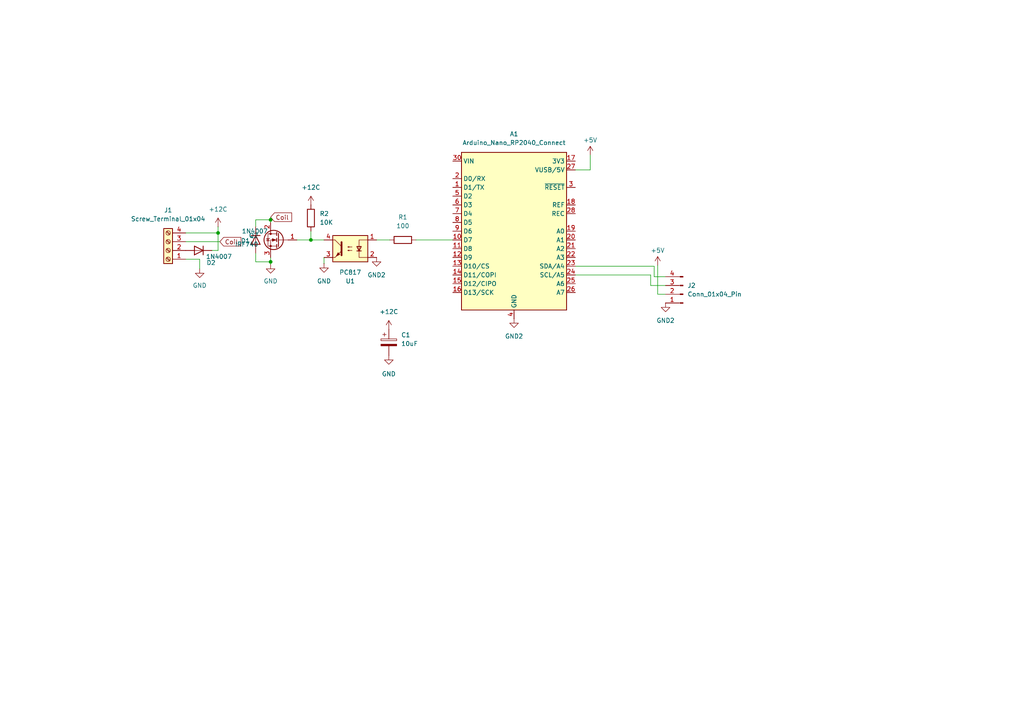
<source format=kicad_sch>
(kicad_sch
	(version 20231120)
	(generator "eeschema")
	(generator_version "8.0")
	(uuid "6e3291cc-e715-456a-8b8f-6df68a2eeb9c")
	(paper "A4")
	(lib_symbols
		(symbol "Connector:Conn_01x04_Pin"
			(pin_names
				(offset 1.016) hide)
			(exclude_from_sim no)
			(in_bom yes)
			(on_board yes)
			(property "Reference" "J"
				(at 0 5.08 0)
				(effects
					(font
						(size 1.27 1.27)
					)
				)
			)
			(property "Value" "Conn_01x04_Pin"
				(at 0 -7.62 0)
				(effects
					(font
						(size 1.27 1.27)
					)
				)
			)
			(property "Footprint" ""
				(at 0 0 0)
				(effects
					(font
						(size 1.27 1.27)
					)
					(hide yes)
				)
			)
			(property "Datasheet" "~"
				(at 0 0 0)
				(effects
					(font
						(size 1.27 1.27)
					)
					(hide yes)
				)
			)
			(property "Description" "Generic connector, single row, 01x04, script generated"
				(at 0 0 0)
				(effects
					(font
						(size 1.27 1.27)
					)
					(hide yes)
				)
			)
			(property "ki_locked" ""
				(at 0 0 0)
				(effects
					(font
						(size 1.27 1.27)
					)
				)
			)
			(property "ki_keywords" "connector"
				(at 0 0 0)
				(effects
					(font
						(size 1.27 1.27)
					)
					(hide yes)
				)
			)
			(property "ki_fp_filters" "Connector*:*_1x??_*"
				(at 0 0 0)
				(effects
					(font
						(size 1.27 1.27)
					)
					(hide yes)
				)
			)
			(symbol "Conn_01x04_Pin_1_1"
				(polyline
					(pts
						(xy 1.27 -5.08) (xy 0.8636 -5.08)
					)
					(stroke
						(width 0.1524)
						(type default)
					)
					(fill
						(type none)
					)
				)
				(polyline
					(pts
						(xy 1.27 -2.54) (xy 0.8636 -2.54)
					)
					(stroke
						(width 0.1524)
						(type default)
					)
					(fill
						(type none)
					)
				)
				(polyline
					(pts
						(xy 1.27 0) (xy 0.8636 0)
					)
					(stroke
						(width 0.1524)
						(type default)
					)
					(fill
						(type none)
					)
				)
				(polyline
					(pts
						(xy 1.27 2.54) (xy 0.8636 2.54)
					)
					(stroke
						(width 0.1524)
						(type default)
					)
					(fill
						(type none)
					)
				)
				(rectangle
					(start 0.8636 -4.953)
					(end 0 -5.207)
					(stroke
						(width 0.1524)
						(type default)
					)
					(fill
						(type outline)
					)
				)
				(rectangle
					(start 0.8636 -2.413)
					(end 0 -2.667)
					(stroke
						(width 0.1524)
						(type default)
					)
					(fill
						(type outline)
					)
				)
				(rectangle
					(start 0.8636 0.127)
					(end 0 -0.127)
					(stroke
						(width 0.1524)
						(type default)
					)
					(fill
						(type outline)
					)
				)
				(rectangle
					(start 0.8636 2.667)
					(end 0 2.413)
					(stroke
						(width 0.1524)
						(type default)
					)
					(fill
						(type outline)
					)
				)
				(pin passive line
					(at 5.08 2.54 180)
					(length 3.81)
					(name "Pin_1"
						(effects
							(font
								(size 1.27 1.27)
							)
						)
					)
					(number "1"
						(effects
							(font
								(size 1.27 1.27)
							)
						)
					)
				)
				(pin passive line
					(at 5.08 0 180)
					(length 3.81)
					(name "Pin_2"
						(effects
							(font
								(size 1.27 1.27)
							)
						)
					)
					(number "2"
						(effects
							(font
								(size 1.27 1.27)
							)
						)
					)
				)
				(pin passive line
					(at 5.08 -2.54 180)
					(length 3.81)
					(name "Pin_3"
						(effects
							(font
								(size 1.27 1.27)
							)
						)
					)
					(number "3"
						(effects
							(font
								(size 1.27 1.27)
							)
						)
					)
				)
				(pin passive line
					(at 5.08 -5.08 180)
					(length 3.81)
					(name "Pin_4"
						(effects
							(font
								(size 1.27 1.27)
							)
						)
					)
					(number "4"
						(effects
							(font
								(size 1.27 1.27)
							)
						)
					)
				)
			)
		)
		(symbol "Connector:Screw_Terminal_01x04"
			(pin_names
				(offset 1.016) hide)
			(exclude_from_sim no)
			(in_bom yes)
			(on_board yes)
			(property "Reference" "J"
				(at 0 5.08 0)
				(effects
					(font
						(size 1.27 1.27)
					)
				)
			)
			(property "Value" "Screw_Terminal_01x04"
				(at 0 -7.62 0)
				(effects
					(font
						(size 1.27 1.27)
					)
				)
			)
			(property "Footprint" ""
				(at 0 0 0)
				(effects
					(font
						(size 1.27 1.27)
					)
					(hide yes)
				)
			)
			(property "Datasheet" "~"
				(at 0 0 0)
				(effects
					(font
						(size 1.27 1.27)
					)
					(hide yes)
				)
			)
			(property "Description" "Generic screw terminal, single row, 01x04, script generated (kicad-library-utils/schlib/autogen/connector/)"
				(at 0 0 0)
				(effects
					(font
						(size 1.27 1.27)
					)
					(hide yes)
				)
			)
			(property "ki_keywords" "screw terminal"
				(at 0 0 0)
				(effects
					(font
						(size 1.27 1.27)
					)
					(hide yes)
				)
			)
			(property "ki_fp_filters" "TerminalBlock*:*"
				(at 0 0 0)
				(effects
					(font
						(size 1.27 1.27)
					)
					(hide yes)
				)
			)
			(symbol "Screw_Terminal_01x04_1_1"
				(rectangle
					(start -1.27 3.81)
					(end 1.27 -6.35)
					(stroke
						(width 0.254)
						(type default)
					)
					(fill
						(type background)
					)
				)
				(circle
					(center 0 -5.08)
					(radius 0.635)
					(stroke
						(width 0.1524)
						(type default)
					)
					(fill
						(type none)
					)
				)
				(circle
					(center 0 -2.54)
					(radius 0.635)
					(stroke
						(width 0.1524)
						(type default)
					)
					(fill
						(type none)
					)
				)
				(polyline
					(pts
						(xy -0.5334 -4.7498) (xy 0.3302 -5.588)
					)
					(stroke
						(width 0.1524)
						(type default)
					)
					(fill
						(type none)
					)
				)
				(polyline
					(pts
						(xy -0.5334 -2.2098) (xy 0.3302 -3.048)
					)
					(stroke
						(width 0.1524)
						(type default)
					)
					(fill
						(type none)
					)
				)
				(polyline
					(pts
						(xy -0.5334 0.3302) (xy 0.3302 -0.508)
					)
					(stroke
						(width 0.1524)
						(type default)
					)
					(fill
						(type none)
					)
				)
				(polyline
					(pts
						(xy -0.5334 2.8702) (xy 0.3302 2.032)
					)
					(stroke
						(width 0.1524)
						(type default)
					)
					(fill
						(type none)
					)
				)
				(polyline
					(pts
						(xy -0.3556 -4.572) (xy 0.508 -5.4102)
					)
					(stroke
						(width 0.1524)
						(type default)
					)
					(fill
						(type none)
					)
				)
				(polyline
					(pts
						(xy -0.3556 -2.032) (xy 0.508 -2.8702)
					)
					(stroke
						(width 0.1524)
						(type default)
					)
					(fill
						(type none)
					)
				)
				(polyline
					(pts
						(xy -0.3556 0.508) (xy 0.508 -0.3302)
					)
					(stroke
						(width 0.1524)
						(type default)
					)
					(fill
						(type none)
					)
				)
				(polyline
					(pts
						(xy -0.3556 3.048) (xy 0.508 2.2098)
					)
					(stroke
						(width 0.1524)
						(type default)
					)
					(fill
						(type none)
					)
				)
				(circle
					(center 0 0)
					(radius 0.635)
					(stroke
						(width 0.1524)
						(type default)
					)
					(fill
						(type none)
					)
				)
				(circle
					(center 0 2.54)
					(radius 0.635)
					(stroke
						(width 0.1524)
						(type default)
					)
					(fill
						(type none)
					)
				)
				(pin passive line
					(at -5.08 2.54 0)
					(length 3.81)
					(name "Pin_1"
						(effects
							(font
								(size 1.27 1.27)
							)
						)
					)
					(number "1"
						(effects
							(font
								(size 1.27 1.27)
							)
						)
					)
				)
				(pin passive line
					(at -5.08 0 0)
					(length 3.81)
					(name "Pin_2"
						(effects
							(font
								(size 1.27 1.27)
							)
						)
					)
					(number "2"
						(effects
							(font
								(size 1.27 1.27)
							)
						)
					)
				)
				(pin passive line
					(at -5.08 -2.54 0)
					(length 3.81)
					(name "Pin_3"
						(effects
							(font
								(size 1.27 1.27)
							)
						)
					)
					(number "3"
						(effects
							(font
								(size 1.27 1.27)
							)
						)
					)
				)
				(pin passive line
					(at -5.08 -5.08 0)
					(length 3.81)
					(name "Pin_4"
						(effects
							(font
								(size 1.27 1.27)
							)
						)
					)
					(number "4"
						(effects
							(font
								(size 1.27 1.27)
							)
						)
					)
				)
			)
		)
		(symbol "Device:C_Polarized"
			(pin_numbers hide)
			(pin_names
				(offset 0.254)
			)
			(exclude_from_sim no)
			(in_bom yes)
			(on_board yes)
			(property "Reference" "C"
				(at 0.635 2.54 0)
				(effects
					(font
						(size 1.27 1.27)
					)
					(justify left)
				)
			)
			(property "Value" "C_Polarized"
				(at 0.635 -2.54 0)
				(effects
					(font
						(size 1.27 1.27)
					)
					(justify left)
				)
			)
			(property "Footprint" ""
				(at 0.9652 -3.81 0)
				(effects
					(font
						(size 1.27 1.27)
					)
					(hide yes)
				)
			)
			(property "Datasheet" "~"
				(at 0 0 0)
				(effects
					(font
						(size 1.27 1.27)
					)
					(hide yes)
				)
			)
			(property "Description" "Polarized capacitor"
				(at 0 0 0)
				(effects
					(font
						(size 1.27 1.27)
					)
					(hide yes)
				)
			)
			(property "ki_keywords" "cap capacitor"
				(at 0 0 0)
				(effects
					(font
						(size 1.27 1.27)
					)
					(hide yes)
				)
			)
			(property "ki_fp_filters" "CP_*"
				(at 0 0 0)
				(effects
					(font
						(size 1.27 1.27)
					)
					(hide yes)
				)
			)
			(symbol "C_Polarized_0_1"
				(rectangle
					(start -2.286 0.508)
					(end 2.286 1.016)
					(stroke
						(width 0)
						(type default)
					)
					(fill
						(type none)
					)
				)
				(polyline
					(pts
						(xy -1.778 2.286) (xy -0.762 2.286)
					)
					(stroke
						(width 0)
						(type default)
					)
					(fill
						(type none)
					)
				)
				(polyline
					(pts
						(xy -1.27 2.794) (xy -1.27 1.778)
					)
					(stroke
						(width 0)
						(type default)
					)
					(fill
						(type none)
					)
				)
				(rectangle
					(start 2.286 -0.508)
					(end -2.286 -1.016)
					(stroke
						(width 0)
						(type default)
					)
					(fill
						(type outline)
					)
				)
			)
			(symbol "C_Polarized_1_1"
				(pin passive line
					(at 0 3.81 270)
					(length 2.794)
					(name "~"
						(effects
							(font
								(size 1.27 1.27)
							)
						)
					)
					(number "1"
						(effects
							(font
								(size 1.27 1.27)
							)
						)
					)
				)
				(pin passive line
					(at 0 -3.81 90)
					(length 2.794)
					(name "~"
						(effects
							(font
								(size 1.27 1.27)
							)
						)
					)
					(number "2"
						(effects
							(font
								(size 1.27 1.27)
							)
						)
					)
				)
			)
		)
		(symbol "Device:R"
			(pin_numbers hide)
			(pin_names
				(offset 0)
			)
			(exclude_from_sim no)
			(in_bom yes)
			(on_board yes)
			(property "Reference" "R"
				(at 2.032 0 90)
				(effects
					(font
						(size 1.27 1.27)
					)
				)
			)
			(property "Value" "R"
				(at 0 0 90)
				(effects
					(font
						(size 1.27 1.27)
					)
				)
			)
			(property "Footprint" ""
				(at -1.778 0 90)
				(effects
					(font
						(size 1.27 1.27)
					)
					(hide yes)
				)
			)
			(property "Datasheet" "~"
				(at 0 0 0)
				(effects
					(font
						(size 1.27 1.27)
					)
					(hide yes)
				)
			)
			(property "Description" "Resistor"
				(at 0 0 0)
				(effects
					(font
						(size 1.27 1.27)
					)
					(hide yes)
				)
			)
			(property "ki_keywords" "R res resistor"
				(at 0 0 0)
				(effects
					(font
						(size 1.27 1.27)
					)
					(hide yes)
				)
			)
			(property "ki_fp_filters" "R_*"
				(at 0 0 0)
				(effects
					(font
						(size 1.27 1.27)
					)
					(hide yes)
				)
			)
			(symbol "R_0_1"
				(rectangle
					(start -1.016 -2.54)
					(end 1.016 2.54)
					(stroke
						(width 0.254)
						(type default)
					)
					(fill
						(type none)
					)
				)
			)
			(symbol "R_1_1"
				(pin passive line
					(at 0 3.81 270)
					(length 1.27)
					(name "~"
						(effects
							(font
								(size 1.27 1.27)
							)
						)
					)
					(number "1"
						(effects
							(font
								(size 1.27 1.27)
							)
						)
					)
				)
				(pin passive line
					(at 0 -3.81 90)
					(length 1.27)
					(name "~"
						(effects
							(font
								(size 1.27 1.27)
							)
						)
					)
					(number "2"
						(effects
							(font
								(size 1.27 1.27)
							)
						)
					)
				)
			)
		)
		(symbol "Diode:1N4007"
			(pin_numbers hide)
			(pin_names hide)
			(exclude_from_sim no)
			(in_bom yes)
			(on_board yes)
			(property "Reference" "D"
				(at 0 2.54 0)
				(effects
					(font
						(size 1.27 1.27)
					)
				)
			)
			(property "Value" "1N4007"
				(at 0 -2.54 0)
				(effects
					(font
						(size 1.27 1.27)
					)
				)
			)
			(property "Footprint" "Diode_THT:D_DO-41_SOD81_P10.16mm_Horizontal"
				(at 0 -4.445 0)
				(effects
					(font
						(size 1.27 1.27)
					)
					(hide yes)
				)
			)
			(property "Datasheet" "http://www.vishay.com/docs/88503/1n4001.pdf"
				(at 0 0 0)
				(effects
					(font
						(size 1.27 1.27)
					)
					(hide yes)
				)
			)
			(property "Description" "1000V 1A General Purpose Rectifier Diode, DO-41"
				(at 0 0 0)
				(effects
					(font
						(size 1.27 1.27)
					)
					(hide yes)
				)
			)
			(property "Sim.Device" "D"
				(at 0 0 0)
				(effects
					(font
						(size 1.27 1.27)
					)
					(hide yes)
				)
			)
			(property "Sim.Pins" "1=K 2=A"
				(at 0 0 0)
				(effects
					(font
						(size 1.27 1.27)
					)
					(hide yes)
				)
			)
			(property "ki_keywords" "diode"
				(at 0 0 0)
				(effects
					(font
						(size 1.27 1.27)
					)
					(hide yes)
				)
			)
			(property "ki_fp_filters" "D*DO?41*"
				(at 0 0 0)
				(effects
					(font
						(size 1.27 1.27)
					)
					(hide yes)
				)
			)
			(symbol "1N4007_0_1"
				(polyline
					(pts
						(xy -1.27 1.27) (xy -1.27 -1.27)
					)
					(stroke
						(width 0.254)
						(type default)
					)
					(fill
						(type none)
					)
				)
				(polyline
					(pts
						(xy 1.27 0) (xy -1.27 0)
					)
					(stroke
						(width 0)
						(type default)
					)
					(fill
						(type none)
					)
				)
				(polyline
					(pts
						(xy 1.27 1.27) (xy 1.27 -1.27) (xy -1.27 0) (xy 1.27 1.27)
					)
					(stroke
						(width 0.254)
						(type default)
					)
					(fill
						(type none)
					)
				)
			)
			(symbol "1N4007_1_1"
				(pin passive line
					(at -3.81 0 0)
					(length 2.54)
					(name "K"
						(effects
							(font
								(size 1.27 1.27)
							)
						)
					)
					(number "1"
						(effects
							(font
								(size 1.27 1.27)
							)
						)
					)
				)
				(pin passive line
					(at 3.81 0 180)
					(length 2.54)
					(name "A"
						(effects
							(font
								(size 1.27 1.27)
							)
						)
					)
					(number "2"
						(effects
							(font
								(size 1.27 1.27)
							)
						)
					)
				)
			)
		)
		(symbol "Isolator:PC817"
			(pin_names
				(offset 1.016)
			)
			(exclude_from_sim no)
			(in_bom yes)
			(on_board yes)
			(property "Reference" "U"
				(at -5.08 5.08 0)
				(effects
					(font
						(size 1.27 1.27)
					)
					(justify left)
				)
			)
			(property "Value" "PC817"
				(at 0 5.08 0)
				(effects
					(font
						(size 1.27 1.27)
					)
					(justify left)
				)
			)
			(property "Footprint" "Package_DIP:DIP-4_W7.62mm"
				(at -5.08 -5.08 0)
				(effects
					(font
						(size 1.27 1.27)
						(italic yes)
					)
					(justify left)
					(hide yes)
				)
			)
			(property "Datasheet" "http://www.soselectronic.cz/a_info/resource/d/pc817.pdf"
				(at 0 0 0)
				(effects
					(font
						(size 1.27 1.27)
					)
					(justify left)
					(hide yes)
				)
			)
			(property "Description" "DC Optocoupler, Vce 35V, CTR 50-300%, DIP-4"
				(at 0 0 0)
				(effects
					(font
						(size 1.27 1.27)
					)
					(hide yes)
				)
			)
			(property "ki_keywords" "NPN DC Optocoupler"
				(at 0 0 0)
				(effects
					(font
						(size 1.27 1.27)
					)
					(hide yes)
				)
			)
			(property "ki_fp_filters" "DIP*W7.62mm*"
				(at 0 0 0)
				(effects
					(font
						(size 1.27 1.27)
					)
					(hide yes)
				)
			)
			(symbol "PC817_0_1"
				(rectangle
					(start -5.08 3.81)
					(end 5.08 -3.81)
					(stroke
						(width 0.254)
						(type default)
					)
					(fill
						(type background)
					)
				)
				(polyline
					(pts
						(xy -3.175 -0.635) (xy -1.905 -0.635)
					)
					(stroke
						(width 0.254)
						(type default)
					)
					(fill
						(type none)
					)
				)
				(polyline
					(pts
						(xy 2.54 0.635) (xy 4.445 2.54)
					)
					(stroke
						(width 0)
						(type default)
					)
					(fill
						(type none)
					)
				)
				(polyline
					(pts
						(xy 4.445 -2.54) (xy 2.54 -0.635)
					)
					(stroke
						(width 0)
						(type default)
					)
					(fill
						(type outline)
					)
				)
				(polyline
					(pts
						(xy 4.445 -2.54) (xy 5.08 -2.54)
					)
					(stroke
						(width 0)
						(type default)
					)
					(fill
						(type none)
					)
				)
				(polyline
					(pts
						(xy 4.445 2.54) (xy 5.08 2.54)
					)
					(stroke
						(width 0)
						(type default)
					)
					(fill
						(type none)
					)
				)
				(polyline
					(pts
						(xy -5.08 2.54) (xy -2.54 2.54) (xy -2.54 -0.635)
					)
					(stroke
						(width 0)
						(type default)
					)
					(fill
						(type none)
					)
				)
				(polyline
					(pts
						(xy -2.54 -0.635) (xy -2.54 -2.54) (xy -5.08 -2.54)
					)
					(stroke
						(width 0)
						(type default)
					)
					(fill
						(type none)
					)
				)
				(polyline
					(pts
						(xy 2.54 1.905) (xy 2.54 -1.905) (xy 2.54 -1.905)
					)
					(stroke
						(width 0.508)
						(type default)
					)
					(fill
						(type none)
					)
				)
				(polyline
					(pts
						(xy -2.54 -0.635) (xy -3.175 0.635) (xy -1.905 0.635) (xy -2.54 -0.635)
					)
					(stroke
						(width 0.254)
						(type default)
					)
					(fill
						(type none)
					)
				)
				(polyline
					(pts
						(xy -0.508 -0.508) (xy 0.762 -0.508) (xy 0.381 -0.635) (xy 0.381 -0.381) (xy 0.762 -0.508)
					)
					(stroke
						(width 0)
						(type default)
					)
					(fill
						(type none)
					)
				)
				(polyline
					(pts
						(xy -0.508 0.508) (xy 0.762 0.508) (xy 0.381 0.381) (xy 0.381 0.635) (xy 0.762 0.508)
					)
					(stroke
						(width 0)
						(type default)
					)
					(fill
						(type none)
					)
				)
				(polyline
					(pts
						(xy 3.048 -1.651) (xy 3.556 -1.143) (xy 4.064 -2.159) (xy 3.048 -1.651) (xy 3.048 -1.651)
					)
					(stroke
						(width 0)
						(type default)
					)
					(fill
						(type outline)
					)
				)
			)
			(symbol "PC817_1_1"
				(pin passive line
					(at -7.62 2.54 0)
					(length 2.54)
					(name "~"
						(effects
							(font
								(size 1.27 1.27)
							)
						)
					)
					(number "1"
						(effects
							(font
								(size 1.27 1.27)
							)
						)
					)
				)
				(pin passive line
					(at -7.62 -2.54 0)
					(length 2.54)
					(name "~"
						(effects
							(font
								(size 1.27 1.27)
							)
						)
					)
					(number "2"
						(effects
							(font
								(size 1.27 1.27)
							)
						)
					)
				)
				(pin passive line
					(at 7.62 -2.54 180)
					(length 2.54)
					(name "~"
						(effects
							(font
								(size 1.27 1.27)
							)
						)
					)
					(number "3"
						(effects
							(font
								(size 1.27 1.27)
							)
						)
					)
				)
				(pin passive line
					(at 7.62 2.54 180)
					(length 2.54)
					(name "~"
						(effects
							(font
								(size 1.27 1.27)
							)
						)
					)
					(number "4"
						(effects
							(font
								(size 1.27 1.27)
							)
						)
					)
				)
			)
		)
		(symbol "MCU_Module:Arduino_Nano_RP2040_Connect"
			(exclude_from_sim no)
			(in_bom yes)
			(on_board yes)
			(property "Reference" "A"
				(at -14.986 23.622 0)
				(effects
					(font
						(size 1.27 1.27)
					)
					(justify left bottom)
				)
			)
			(property "Value" "Arduino_Nano_RP2040_Connect"
				(at 3.81 -25.654 0)
				(effects
					(font
						(size 1.27 1.27)
					)
					(justify left top)
				)
			)
			(property "Footprint" "Module:Arduino_Nano"
				(at 13.716 -34.036 0)
				(effects
					(font
						(size 1.27 1.27)
						(italic yes)
					)
					(hide yes)
				)
			)
			(property "Datasheet" "https://docs.arduino.cc/resources/datasheets/ABX00053-datasheet.pdf"
				(at 39.116 -31.496 0)
				(effects
					(font
						(size 1.27 1.27)
					)
					(hide yes)
				)
			)
			(property "Description" "Arduino Nano board based on the RP2040 microcontroller with a dual-core 133 MHz ARM Cortex-M0+ processor, 264 kB SRAM, and up to 16 MB flash memory. Operates at 3.3V, with 5V Micro USB input and 4-20V VIN. Features Wi-Fi®, Bluetooth® LE, digital and analog pins, and supports SPI, I2C, UART, and PIO. Includes a 6-axis IMU, RGB LED, microphone, and cryptographic chip for secure communication."
				(at 209.042 -28.956 0)
				(effects
					(font
						(size 1.27 1.27)
					)
					(hide yes)
				)
			)
			(property "ki_keywords" "Raspberry Pi MCU"
				(at 0 0 0)
				(effects
					(font
						(size 1.27 1.27)
					)
					(hide yes)
				)
			)
			(property "ki_fp_filters" "Arduino*Nano*"
				(at 0 0 0)
				(effects
					(font
						(size 1.27 1.27)
					)
					(hide yes)
				)
			)
			(symbol "Arduino_Nano_RP2040_Connect_0_1"
				(rectangle
					(start -15.24 22.86)
					(end 15.24 -22.86)
					(stroke
						(width 0.254)
						(type default)
					)
					(fill
						(type background)
					)
				)
			)
			(symbol "Arduino_Nano_RP2040_Connect_1_1"
				(pin bidirectional line
					(at -17.78 12.7 0)
					(length 2.54)
					(name "D1/TX"
						(effects
							(font
								(size 1.27 1.27)
							)
						)
					)
					(number "1"
						(effects
							(font
								(size 1.27 1.27)
							)
						)
					)
				)
				(pin bidirectional line
					(at -17.78 -2.54 0)
					(length 2.54)
					(name "D7"
						(effects
							(font
								(size 1.27 1.27)
							)
						)
					)
					(number "10"
						(effects
							(font
								(size 1.27 1.27)
							)
						)
					)
				)
				(pin bidirectional line
					(at -17.78 -5.08 0)
					(length 2.54)
					(name "D8"
						(effects
							(font
								(size 1.27 1.27)
							)
						)
					)
					(number "11"
						(effects
							(font
								(size 1.27 1.27)
							)
						)
					)
				)
				(pin bidirectional line
					(at -17.78 -7.62 0)
					(length 2.54)
					(name "D9"
						(effects
							(font
								(size 1.27 1.27)
							)
						)
					)
					(number "12"
						(effects
							(font
								(size 1.27 1.27)
							)
						)
					)
				)
				(pin bidirectional line
					(at -17.78 -10.16 0)
					(length 2.54)
					(name "D10/CS"
						(effects
							(font
								(size 1.27 1.27)
							)
						)
					)
					(number "13"
						(effects
							(font
								(size 1.27 1.27)
							)
						)
					)
				)
				(pin bidirectional line
					(at -17.78 -12.7 0)
					(length 2.54)
					(name "D11/COPI"
						(effects
							(font
								(size 1.27 1.27)
							)
						)
					)
					(number "14"
						(effects
							(font
								(size 1.27 1.27)
							)
						)
					)
				)
				(pin bidirectional line
					(at -17.78 -15.24 0)
					(length 2.54)
					(name "D12/CIPO"
						(effects
							(font
								(size 1.27 1.27)
							)
						)
					)
					(number "15"
						(effects
							(font
								(size 1.27 1.27)
							)
						)
					)
				)
				(pin bidirectional line
					(at -17.78 -17.78 0)
					(length 2.54)
					(name "D13/SCK"
						(effects
							(font
								(size 1.27 1.27)
							)
						)
					)
					(number "16"
						(effects
							(font
								(size 1.27 1.27)
							)
						)
					)
				)
				(pin power_out line
					(at 17.78 20.32 180)
					(length 2.54)
					(name "3V3"
						(effects
							(font
								(size 1.27 1.27)
							)
						)
					)
					(number "17"
						(effects
							(font
								(size 1.27 1.27)
							)
						)
					)
				)
				(pin passive line
					(at 17.78 7.62 180)
					(length 2.54)
					(name "REF"
						(effects
							(font
								(size 1.27 1.27)
							)
						)
					)
					(number "18"
						(effects
							(font
								(size 1.27 1.27)
							)
						)
					)
				)
				(pin bidirectional line
					(at 17.78 0 180)
					(length 2.54)
					(name "A0"
						(effects
							(font
								(size 1.27 1.27)
							)
						)
					)
					(number "19"
						(effects
							(font
								(size 1.27 1.27)
							)
						)
					)
				)
				(pin bidirectional line
					(at -17.78 15.24 0)
					(length 2.54)
					(name "D0/RX"
						(effects
							(font
								(size 1.27 1.27)
							)
						)
					)
					(number "2"
						(effects
							(font
								(size 1.27 1.27)
							)
						)
					)
				)
				(pin bidirectional line
					(at 17.78 -2.54 180)
					(length 2.54)
					(name "A1"
						(effects
							(font
								(size 1.27 1.27)
							)
						)
					)
					(number "20"
						(effects
							(font
								(size 1.27 1.27)
							)
						)
					)
				)
				(pin bidirectional line
					(at 17.78 -5.08 180)
					(length 2.54)
					(name "A2"
						(effects
							(font
								(size 1.27 1.27)
							)
						)
					)
					(number "21"
						(effects
							(font
								(size 1.27 1.27)
							)
						)
					)
				)
				(pin bidirectional line
					(at 17.78 -7.62 180)
					(length 2.54)
					(name "A3"
						(effects
							(font
								(size 1.27 1.27)
							)
						)
					)
					(number "22"
						(effects
							(font
								(size 1.27 1.27)
							)
						)
					)
				)
				(pin bidirectional line
					(at 17.78 -10.16 180)
					(length 2.54)
					(name "SDA/A4"
						(effects
							(font
								(size 1.27 1.27)
							)
						)
					)
					(number "23"
						(effects
							(font
								(size 1.27 1.27)
							)
						)
					)
				)
				(pin bidirectional line
					(at 17.78 -12.7 180)
					(length 2.54)
					(name "SCL/A5"
						(effects
							(font
								(size 1.27 1.27)
							)
						)
					)
					(number "24"
						(effects
							(font
								(size 1.27 1.27)
							)
						)
					)
				)
				(pin bidirectional line
					(at 17.78 -15.24 180)
					(length 2.54)
					(name "A6"
						(effects
							(font
								(size 1.27 1.27)
							)
						)
					)
					(number "25"
						(effects
							(font
								(size 1.27 1.27)
							)
						)
					)
				)
				(pin bidirectional line
					(at 17.78 -17.78 180)
					(length 2.54)
					(name "A7"
						(effects
							(font
								(size 1.27 1.27)
							)
						)
					)
					(number "26"
						(effects
							(font
								(size 1.27 1.27)
							)
						)
					)
				)
				(pin power_out line
					(at 17.78 17.78 180)
					(length 2.54)
					(name "VUSB/5V"
						(effects
							(font
								(size 1.27 1.27)
							)
						)
					)
					(number "27"
						(effects
							(font
								(size 1.27 1.27)
							)
						)
					)
				)
				(pin input line
					(at 17.78 5.08 180)
					(length 2.54)
					(name "REC"
						(effects
							(font
								(size 1.27 1.27)
							)
						)
					)
					(number "28"
						(effects
							(font
								(size 1.27 1.27)
							)
						)
					)
				)
				(pin passive line
					(at 0 -25.4 90)
					(length 2.54) hide
					(name "GND"
						(effects
							(font
								(size 1.27 1.27)
							)
						)
					)
					(number "29"
						(effects
							(font
								(size 1.27 1.27)
							)
						)
					)
				)
				(pin input line
					(at 17.78 12.7 180)
					(length 2.54)
					(name "~{RESET}"
						(effects
							(font
								(size 1.27 1.27)
							)
						)
					)
					(number "3"
						(effects
							(font
								(size 1.27 1.27)
							)
						)
					)
				)
				(pin power_in line
					(at -17.78 20.32 0)
					(length 2.54)
					(name "VIN"
						(effects
							(font
								(size 1.27 1.27)
							)
						)
					)
					(number "30"
						(effects
							(font
								(size 1.27 1.27)
							)
						)
					)
				)
				(pin power_in line
					(at 0 -25.4 90)
					(length 2.54)
					(name "GND"
						(effects
							(font
								(size 1.27 1.27)
							)
						)
					)
					(number "4"
						(effects
							(font
								(size 1.27 1.27)
							)
						)
					)
				)
				(pin bidirectional line
					(at -17.78 10.16 0)
					(length 2.54)
					(name "D2"
						(effects
							(font
								(size 1.27 1.27)
							)
						)
					)
					(number "5"
						(effects
							(font
								(size 1.27 1.27)
							)
						)
					)
				)
				(pin bidirectional line
					(at -17.78 7.62 0)
					(length 2.54)
					(name "D3"
						(effects
							(font
								(size 1.27 1.27)
							)
						)
					)
					(number "6"
						(effects
							(font
								(size 1.27 1.27)
							)
						)
					)
				)
				(pin bidirectional line
					(at -17.78 5.08 0)
					(length 2.54)
					(name "D4"
						(effects
							(font
								(size 1.27 1.27)
							)
						)
					)
					(number "7"
						(effects
							(font
								(size 1.27 1.27)
							)
						)
					)
				)
				(pin bidirectional line
					(at -17.78 2.54 0)
					(length 2.54)
					(name "D5"
						(effects
							(font
								(size 1.27 1.27)
							)
						)
					)
					(number "8"
						(effects
							(font
								(size 1.27 1.27)
							)
						)
					)
				)
				(pin bidirectional line
					(at -17.78 0 0)
					(length 2.54)
					(name "D6"
						(effects
							(font
								(size 1.27 1.27)
							)
						)
					)
					(number "9"
						(effects
							(font
								(size 1.27 1.27)
							)
						)
					)
				)
			)
		)
		(symbol "Transistor_FET:IRF740"
			(pin_names hide)
			(exclude_from_sim no)
			(in_bom yes)
			(on_board yes)
			(property "Reference" "Q"
				(at 5.08 1.905 0)
				(effects
					(font
						(size 1.27 1.27)
					)
					(justify left)
				)
			)
			(property "Value" "IRF740"
				(at 5.08 0 0)
				(effects
					(font
						(size 1.27 1.27)
					)
					(justify left)
				)
			)
			(property "Footprint" "Package_TO_SOT_THT:TO-220-3_Vertical"
				(at 5.08 -1.905 0)
				(effects
					(font
						(size 1.27 1.27)
						(italic yes)
					)
					(justify left)
					(hide yes)
				)
			)
			(property "Datasheet" "http://www.vishay.com/docs/91054/91054.pdf"
				(at 5.08 -3.81 0)
				(effects
					(font
						(size 1.27 1.27)
					)
					(justify left)
					(hide yes)
				)
			)
			(property "Description" "10A Id, 400V Vds, N-Channel Power MOSFET, 500mOhm Rds, TO-220AB"
				(at 0 0 0)
				(effects
					(font
						(size 1.27 1.27)
					)
					(hide yes)
				)
			)
			(property "ki_keywords" "N Channel"
				(at 0 0 0)
				(effects
					(font
						(size 1.27 1.27)
					)
					(hide yes)
				)
			)
			(property "ki_fp_filters" "TO?220*"
				(at 0 0 0)
				(effects
					(font
						(size 1.27 1.27)
					)
					(hide yes)
				)
			)
			(symbol "IRF740_0_1"
				(polyline
					(pts
						(xy 0.254 0) (xy -2.54 0)
					)
					(stroke
						(width 0)
						(type default)
					)
					(fill
						(type none)
					)
				)
				(polyline
					(pts
						(xy 0.254 1.905) (xy 0.254 -1.905)
					)
					(stroke
						(width 0.254)
						(type default)
					)
					(fill
						(type none)
					)
				)
				(polyline
					(pts
						(xy 0.762 -1.27) (xy 0.762 -2.286)
					)
					(stroke
						(width 0.254)
						(type default)
					)
					(fill
						(type none)
					)
				)
				(polyline
					(pts
						(xy 0.762 0.508) (xy 0.762 -0.508)
					)
					(stroke
						(width 0.254)
						(type default)
					)
					(fill
						(type none)
					)
				)
				(polyline
					(pts
						(xy 0.762 2.286) (xy 0.762 1.27)
					)
					(stroke
						(width 0.254)
						(type default)
					)
					(fill
						(type none)
					)
				)
				(polyline
					(pts
						(xy 2.54 2.54) (xy 2.54 1.778)
					)
					(stroke
						(width 0)
						(type default)
					)
					(fill
						(type none)
					)
				)
				(polyline
					(pts
						(xy 2.54 -2.54) (xy 2.54 0) (xy 0.762 0)
					)
					(stroke
						(width 0)
						(type default)
					)
					(fill
						(type none)
					)
				)
				(polyline
					(pts
						(xy 0.762 -1.778) (xy 3.302 -1.778) (xy 3.302 1.778) (xy 0.762 1.778)
					)
					(stroke
						(width 0)
						(type default)
					)
					(fill
						(type none)
					)
				)
				(polyline
					(pts
						(xy 1.016 0) (xy 2.032 0.381) (xy 2.032 -0.381) (xy 1.016 0)
					)
					(stroke
						(width 0)
						(type default)
					)
					(fill
						(type outline)
					)
				)
				(polyline
					(pts
						(xy 2.794 0.508) (xy 2.921 0.381) (xy 3.683 0.381) (xy 3.81 0.254)
					)
					(stroke
						(width 0)
						(type default)
					)
					(fill
						(type none)
					)
				)
				(polyline
					(pts
						(xy 3.302 0.381) (xy 2.921 -0.254) (xy 3.683 -0.254) (xy 3.302 0.381)
					)
					(stroke
						(width 0)
						(type default)
					)
					(fill
						(type none)
					)
				)
				(circle
					(center 1.651 0)
					(radius 2.794)
					(stroke
						(width 0.254)
						(type default)
					)
					(fill
						(type none)
					)
				)
				(circle
					(center 2.54 -1.778)
					(radius 0.254)
					(stroke
						(width 0)
						(type default)
					)
					(fill
						(type outline)
					)
				)
				(circle
					(center 2.54 1.778)
					(radius 0.254)
					(stroke
						(width 0)
						(type default)
					)
					(fill
						(type outline)
					)
				)
			)
			(symbol "IRF740_1_1"
				(pin input line
					(at -5.08 0 0)
					(length 2.54)
					(name "G"
						(effects
							(font
								(size 1.27 1.27)
							)
						)
					)
					(number "1"
						(effects
							(font
								(size 1.27 1.27)
							)
						)
					)
				)
				(pin passive line
					(at 2.54 5.08 270)
					(length 2.54)
					(name "D"
						(effects
							(font
								(size 1.27 1.27)
							)
						)
					)
					(number "2"
						(effects
							(font
								(size 1.27 1.27)
							)
						)
					)
				)
				(pin passive line
					(at 2.54 -5.08 90)
					(length 2.54)
					(name "S"
						(effects
							(font
								(size 1.27 1.27)
							)
						)
					)
					(number "3"
						(effects
							(font
								(size 1.27 1.27)
							)
						)
					)
				)
			)
		)
		(symbol "power:+12C"
			(power)
			(pin_numbers hide)
			(pin_names
				(offset 0) hide)
			(exclude_from_sim no)
			(in_bom yes)
			(on_board yes)
			(property "Reference" "#PWR"
				(at 0 -3.81 0)
				(effects
					(font
						(size 1.27 1.27)
					)
					(hide yes)
				)
			)
			(property "Value" "+12C"
				(at 0 3.556 0)
				(effects
					(font
						(size 1.27 1.27)
					)
				)
			)
			(property "Footprint" ""
				(at 0 0 0)
				(effects
					(font
						(size 1.27 1.27)
					)
					(hide yes)
				)
			)
			(property "Datasheet" ""
				(at 0 0 0)
				(effects
					(font
						(size 1.27 1.27)
					)
					(hide yes)
				)
			)
			(property "Description" "Power symbol creates a global label with name \"+12C\""
				(at 0 0 0)
				(effects
					(font
						(size 1.27 1.27)
					)
					(hide yes)
				)
			)
			(property "ki_keywords" "global power"
				(at 0 0 0)
				(effects
					(font
						(size 1.27 1.27)
					)
					(hide yes)
				)
			)
			(symbol "+12C_0_1"
				(polyline
					(pts
						(xy -0.762 1.27) (xy 0 2.54)
					)
					(stroke
						(width 0)
						(type default)
					)
					(fill
						(type none)
					)
				)
				(polyline
					(pts
						(xy 0 0) (xy 0 2.54)
					)
					(stroke
						(width 0)
						(type default)
					)
					(fill
						(type none)
					)
				)
				(polyline
					(pts
						(xy 0 2.54) (xy 0.762 1.27)
					)
					(stroke
						(width 0)
						(type default)
					)
					(fill
						(type none)
					)
				)
			)
			(symbol "+12C_1_1"
				(pin power_in line
					(at 0 0 90)
					(length 0)
					(name "~"
						(effects
							(font
								(size 1.27 1.27)
							)
						)
					)
					(number "1"
						(effects
							(font
								(size 1.27 1.27)
							)
						)
					)
				)
			)
		)
		(symbol "power:+5V"
			(power)
			(pin_numbers hide)
			(pin_names
				(offset 0) hide)
			(exclude_from_sim no)
			(in_bom yes)
			(on_board yes)
			(property "Reference" "#PWR"
				(at 0 -3.81 0)
				(effects
					(font
						(size 1.27 1.27)
					)
					(hide yes)
				)
			)
			(property "Value" "+5V"
				(at 0 3.556 0)
				(effects
					(font
						(size 1.27 1.27)
					)
				)
			)
			(property "Footprint" ""
				(at 0 0 0)
				(effects
					(font
						(size 1.27 1.27)
					)
					(hide yes)
				)
			)
			(property "Datasheet" ""
				(at 0 0 0)
				(effects
					(font
						(size 1.27 1.27)
					)
					(hide yes)
				)
			)
			(property "Description" "Power symbol creates a global label with name \"+5V\""
				(at 0 0 0)
				(effects
					(font
						(size 1.27 1.27)
					)
					(hide yes)
				)
			)
			(property "ki_keywords" "global power"
				(at 0 0 0)
				(effects
					(font
						(size 1.27 1.27)
					)
					(hide yes)
				)
			)
			(symbol "+5V_0_1"
				(polyline
					(pts
						(xy -0.762 1.27) (xy 0 2.54)
					)
					(stroke
						(width 0)
						(type default)
					)
					(fill
						(type none)
					)
				)
				(polyline
					(pts
						(xy 0 0) (xy 0 2.54)
					)
					(stroke
						(width 0)
						(type default)
					)
					(fill
						(type none)
					)
				)
				(polyline
					(pts
						(xy 0 2.54) (xy 0.762 1.27)
					)
					(stroke
						(width 0)
						(type default)
					)
					(fill
						(type none)
					)
				)
			)
			(symbol "+5V_1_1"
				(pin power_in line
					(at 0 0 90)
					(length 0)
					(name "~"
						(effects
							(font
								(size 1.27 1.27)
							)
						)
					)
					(number "1"
						(effects
							(font
								(size 1.27 1.27)
							)
						)
					)
				)
			)
		)
		(symbol "power:GND"
			(power)
			(pin_numbers hide)
			(pin_names
				(offset 0) hide)
			(exclude_from_sim no)
			(in_bom yes)
			(on_board yes)
			(property "Reference" "#PWR"
				(at 0 -6.35 0)
				(effects
					(font
						(size 1.27 1.27)
					)
					(hide yes)
				)
			)
			(property "Value" "GND"
				(at 0 -3.81 0)
				(effects
					(font
						(size 1.27 1.27)
					)
				)
			)
			(property "Footprint" ""
				(at 0 0 0)
				(effects
					(font
						(size 1.27 1.27)
					)
					(hide yes)
				)
			)
			(property "Datasheet" ""
				(at 0 0 0)
				(effects
					(font
						(size 1.27 1.27)
					)
					(hide yes)
				)
			)
			(property "Description" "Power symbol creates a global label with name \"GND\" , ground"
				(at 0 0 0)
				(effects
					(font
						(size 1.27 1.27)
					)
					(hide yes)
				)
			)
			(property "ki_keywords" "global power"
				(at 0 0 0)
				(effects
					(font
						(size 1.27 1.27)
					)
					(hide yes)
				)
			)
			(symbol "GND_0_1"
				(polyline
					(pts
						(xy 0 0) (xy 0 -1.27) (xy 1.27 -1.27) (xy 0 -2.54) (xy -1.27 -1.27) (xy 0 -1.27)
					)
					(stroke
						(width 0)
						(type default)
					)
					(fill
						(type none)
					)
				)
			)
			(symbol "GND_1_1"
				(pin power_in line
					(at 0 0 270)
					(length 0)
					(name "~"
						(effects
							(font
								(size 1.27 1.27)
							)
						)
					)
					(number "1"
						(effects
							(font
								(size 1.27 1.27)
							)
						)
					)
				)
			)
		)
		(symbol "power:GND2"
			(power)
			(pin_numbers hide)
			(pin_names
				(offset 0) hide)
			(exclude_from_sim no)
			(in_bom yes)
			(on_board yes)
			(property "Reference" "#PWR"
				(at 0 -6.35 0)
				(effects
					(font
						(size 1.27 1.27)
					)
					(hide yes)
				)
			)
			(property "Value" "GND2"
				(at 0 -3.81 0)
				(effects
					(font
						(size 1.27 1.27)
					)
				)
			)
			(property "Footprint" ""
				(at 0 0 0)
				(effects
					(font
						(size 1.27 1.27)
					)
					(hide yes)
				)
			)
			(property "Datasheet" ""
				(at 0 0 0)
				(effects
					(font
						(size 1.27 1.27)
					)
					(hide yes)
				)
			)
			(property "Description" "Power symbol creates a global label with name \"GND2\" , ground"
				(at 0 0 0)
				(effects
					(font
						(size 1.27 1.27)
					)
					(hide yes)
				)
			)
			(property "ki_keywords" "global power"
				(at 0 0 0)
				(effects
					(font
						(size 1.27 1.27)
					)
					(hide yes)
				)
			)
			(symbol "GND2_0_1"
				(polyline
					(pts
						(xy 0 0) (xy 0 -1.27) (xy 1.27 -1.27) (xy 0 -2.54) (xy -1.27 -1.27) (xy 0 -1.27)
					)
					(stroke
						(width 0)
						(type default)
					)
					(fill
						(type none)
					)
				)
			)
			(symbol "GND2_1_1"
				(pin power_in line
					(at 0 0 270)
					(length 0)
					(name "~"
						(effects
							(font
								(size 1.27 1.27)
							)
						)
					)
					(number "1"
						(effects
							(font
								(size 1.27 1.27)
							)
						)
					)
				)
			)
		)
	)
	(junction
		(at 78.486 75.946)
		(diameter 0)
		(color 0 0 0 0)
		(uuid "80dac876-b7ef-49dd-9522-c3005c9dbcd5")
	)
	(junction
		(at 90.17 69.596)
		(diameter 0)
		(color 0 0 0 0)
		(uuid "8951758c-c9f7-49e9-9a54-cff9e7e7ef95")
	)
	(junction
		(at 63.246 67.564)
		(diameter 0)
		(color 0 0 0 0)
		(uuid "9b06a089-818f-4a39-89b5-d7b1f1341844")
	)
	(junction
		(at 78.486 63.754)
		(diameter 0)
		(color 0 0 0 0)
		(uuid "e744bec9-9ed6-4c37-bdcc-f6d76ea395e0")
	)
	(wire
		(pts
			(xy 57.912 77.978) (xy 57.912 75.184)
		)
		(stroke
			(width 0)
			(type default)
		)
		(uuid "02dd97ae-abf1-4b83-8d83-bce5b7febba3")
	)
	(wire
		(pts
			(xy 188.722 82.804) (xy 193.04 82.804)
		)
		(stroke
			(width 0)
			(type default)
		)
		(uuid "1a94eb4f-fe01-4fb4-9220-a1e64ab14462")
	)
	(wire
		(pts
			(xy 120.65 69.596) (xy 131.318 69.596)
		)
		(stroke
			(width 0)
			(type default)
		)
		(uuid "1f9b0990-8bfb-488f-bad2-3e90d0b5a23a")
	)
	(wire
		(pts
			(xy 109.22 69.596) (xy 113.03 69.596)
		)
		(stroke
			(width 0)
			(type default)
		)
		(uuid "3471dd58-edaa-44e0-b5a7-2fa6ea1fc68c")
	)
	(wire
		(pts
			(xy 93.98 74.676) (xy 93.98 76.454)
		)
		(stroke
			(width 0)
			(type default)
		)
		(uuid "3af67348-46c1-4eba-8340-48a9adf903f1")
	)
	(wire
		(pts
			(xy 78.486 75.946) (xy 78.486 76.708)
		)
		(stroke
			(width 0)
			(type default)
		)
		(uuid "4b5fde42-b0cc-4936-87db-0ec0252279f1")
	)
	(wire
		(pts
			(xy 57.912 75.184) (xy 53.848 75.184)
		)
		(stroke
			(width 0)
			(type default)
		)
		(uuid "50de9be2-6b3b-4255-b68c-014a5711fa88")
	)
	(wire
		(pts
			(xy 171.196 49.276) (xy 171.196 44.958)
		)
		(stroke
			(width 0)
			(type default)
		)
		(uuid "58694b6e-eec5-4a8b-bc8a-0f74a895d85e")
	)
	(wire
		(pts
			(xy 86.106 69.596) (xy 90.17 69.596)
		)
		(stroke
			(width 0)
			(type default)
		)
		(uuid "593e955a-b10b-4a37-9391-ee026a8c159b")
	)
	(wire
		(pts
			(xy 166.878 77.216) (xy 189.738 77.216)
		)
		(stroke
			(width 0)
			(type default)
		)
		(uuid "5e350b26-4ab2-4512-918b-7243647f893c")
	)
	(wire
		(pts
			(xy 190.754 85.344) (xy 190.754 76.962)
		)
		(stroke
			(width 0)
			(type default)
		)
		(uuid "63651eda-fc88-4b21-8afe-aa56151a81d2")
	)
	(wire
		(pts
			(xy 189.738 80.264) (xy 189.738 77.216)
		)
		(stroke
			(width 0)
			(type default)
		)
		(uuid "68a44f9a-62a5-4c7c-8b56-b5e36584f511")
	)
	(wire
		(pts
			(xy 78.486 63.754) (xy 74.168 63.754)
		)
		(stroke
			(width 0)
			(type default)
		)
		(uuid "7717a2fc-8ddb-46e3-94b7-258d17a22609")
	)
	(wire
		(pts
			(xy 74.168 63.754) (xy 74.168 65.786)
		)
		(stroke
			(width 0)
			(type default)
		)
		(uuid "7789b9a0-aac8-414d-b498-ffe67052f73c")
	)
	(wire
		(pts
			(xy 74.168 73.406) (xy 74.168 75.946)
		)
		(stroke
			(width 0)
			(type default)
		)
		(uuid "83a0477f-f184-46ea-9755-e28670387842")
	)
	(wire
		(pts
			(xy 193.04 85.344) (xy 190.754 85.344)
		)
		(stroke
			(width 0)
			(type default)
		)
		(uuid "864ef81d-ea32-4b6d-a49d-af4374940beb")
	)
	(wire
		(pts
			(xy 78.486 74.676) (xy 78.486 75.946)
		)
		(stroke
			(width 0)
			(type default)
		)
		(uuid "8917c4ad-80ef-46f1-b490-2bb5c2a46e88")
	)
	(wire
		(pts
			(xy 63.246 72.644) (xy 63.246 67.564)
		)
		(stroke
			(width 0)
			(type default)
		)
		(uuid "90fcd6e7-61eb-4a9c-90a3-fd43cc508261")
	)
	(wire
		(pts
			(xy 53.848 70.104) (xy 63.754 70.104)
		)
		(stroke
			(width 0)
			(type default)
		)
		(uuid "90fe624b-e28e-4ce9-ba27-2e152192715f")
	)
	(wire
		(pts
			(xy 90.17 67.056) (xy 90.17 69.596)
		)
		(stroke
			(width 0)
			(type default)
		)
		(uuid "949471dc-5a22-4790-b908-b40f98924a8c")
	)
	(wire
		(pts
			(xy 63.246 67.564) (xy 63.246 65.786)
		)
		(stroke
			(width 0)
			(type default)
		)
		(uuid "9a27fd12-6a37-47b1-a862-fd7fce2fa533")
	)
	(wire
		(pts
			(xy 193.04 80.264) (xy 189.738 80.264)
		)
		(stroke
			(width 0)
			(type default)
		)
		(uuid "a830c570-8a57-43c1-ad39-0d078c7bf17b")
	)
	(wire
		(pts
			(xy 166.878 49.276) (xy 171.196 49.276)
		)
		(stroke
			(width 0)
			(type default)
		)
		(uuid "a914807f-34a0-49e3-9842-61b90a1ae808")
	)
	(wire
		(pts
			(xy 90.17 69.596) (xy 93.98 69.596)
		)
		(stroke
			(width 0)
			(type default)
		)
		(uuid "ca2362fc-d197-4068-ad21-6b833f2bbc00")
	)
	(wire
		(pts
			(xy 61.468 72.644) (xy 63.246 72.644)
		)
		(stroke
			(width 0)
			(type default)
		)
		(uuid "d2e72fce-9195-4ee8-83bc-fd6d14051ccd")
	)
	(wire
		(pts
			(xy 53.848 67.564) (xy 63.246 67.564)
		)
		(stroke
			(width 0)
			(type default)
		)
		(uuid "d9c51764-abae-4ca5-95ff-c56c3549275d")
	)
	(wire
		(pts
			(xy 78.486 62.992) (xy 78.486 63.754)
		)
		(stroke
			(width 0)
			(type default)
		)
		(uuid "dbf93500-433a-4589-9046-b0285ef72c6c")
	)
	(wire
		(pts
			(xy 166.878 79.756) (xy 188.722 79.756)
		)
		(stroke
			(width 0)
			(type default)
		)
		(uuid "dda5e2e7-bb55-4abd-a9a3-2490b255f480")
	)
	(wire
		(pts
			(xy 188.722 79.756) (xy 188.722 82.804)
		)
		(stroke
			(width 0)
			(type default)
		)
		(uuid "eed346c7-d206-4e66-9458-55ffea3e1c66")
	)
	(wire
		(pts
			(xy 78.486 63.754) (xy 78.486 64.516)
		)
		(stroke
			(width 0)
			(type default)
		)
		(uuid "f591aad1-b828-4a3f-a117-2f527f96cad9")
	)
	(wire
		(pts
			(xy 74.168 75.946) (xy 78.486 75.946)
		)
		(stroke
			(width 0)
			(type default)
		)
		(uuid "fdbd4d51-5536-46b0-92e0-f51a18b63e79")
	)
	(global_label "Coil"
		(shape input)
		(at 63.754 70.104 0)
		(fields_autoplaced yes)
		(effects
			(font
				(size 1.27 1.27)
			)
			(justify left)
		)
		(uuid "b0238de5-43e3-4f96-82b1-19e53912e2c5")
		(property "Intersheetrefs" "${INTERSHEET_REFS}"
			(at 70.4282 70.104 0)
			(effects
				(font
					(size 1.27 1.27)
				)
				(justify left)
				(hide yes)
			)
		)
	)
	(global_label "Coil"
		(shape input)
		(at 78.486 62.992 0)
		(fields_autoplaced yes)
		(effects
			(font
				(size 1.27 1.27)
			)
			(justify left)
		)
		(uuid "e8793272-066b-472d-a828-c4f2b92e6602")
		(property "Intersheetrefs" "${INTERSHEET_REFS}"
			(at 85.1602 62.992 0)
			(effects
				(font
					(size 1.27 1.27)
				)
				(justify left)
				(hide yes)
			)
		)
	)
	(symbol
		(lib_id "power:GND")
		(at 93.98 76.454 0)
		(unit 1)
		(exclude_from_sim no)
		(in_bom yes)
		(on_board yes)
		(dnp no)
		(fields_autoplaced yes)
		(uuid "024800f4-1dfa-4a50-a767-c99d12dcf58b")
		(property "Reference" "#PWR04"
			(at 93.98 82.804 0)
			(effects
				(font
					(size 1.27 1.27)
				)
				(hide yes)
			)
		)
		(property "Value" "GND"
			(at 93.98 81.534 0)
			(effects
				(font
					(size 1.27 1.27)
				)
			)
		)
		(property "Footprint" ""
			(at 93.98 76.454 0)
			(effects
				(font
					(size 1.27 1.27)
				)
				(hide yes)
			)
		)
		(property "Datasheet" ""
			(at 93.98 76.454 0)
			(effects
				(font
					(size 1.27 1.27)
				)
				(hide yes)
			)
		)
		(property "Description" "Power symbol creates a global label with name \"GND\" , ground"
			(at 93.98 76.454 0)
			(effects
				(font
					(size 1.27 1.27)
				)
				(hide yes)
			)
		)
		(pin "1"
			(uuid "c019f928-703b-4c5f-b71b-ec3e0a8dde12")
		)
		(instances
			(project ""
				(path "/6e3291cc-e715-456a-8b8f-6df68a2eeb9c"
					(reference "#PWR04")
					(unit 1)
				)
			)
		)
	)
	(symbol
		(lib_id "Transistor_FET:IRF740")
		(at 81.026 69.596 0)
		(mirror y)
		(unit 1)
		(exclude_from_sim no)
		(in_bom yes)
		(on_board yes)
		(dnp no)
		(uuid "1dc5103d-b185-4dd1-8aaf-9e3af3c93832")
		(property "Reference" "Q2"
			(at 74.93 68.3259 0)
			(effects
				(font
					(size 1.27 1.27)
				)
				(justify left)
			)
		)
		(property "Value" "IRF740"
			(at 74.93 70.8659 0)
			(effects
				(font
					(size 1.27 1.27)
				)
				(justify left)
			)
		)
		(property "Footprint" "Package_TO_SOT_THT:TO-220-3_Horizontal_TabDown"
			(at 75.946 71.501 0)
			(effects
				(font
					(size 1.27 1.27)
					(italic yes)
				)
				(justify left)
				(hide yes)
			)
		)
		(property "Datasheet" "http://www.vishay.com/docs/91054/91054.pdf"
			(at 75.946 73.406 0)
			(effects
				(font
					(size 1.27 1.27)
				)
				(justify left)
				(hide yes)
			)
		)
		(property "Description" "10A Id, 400V Vds, N-Channel Power MOSFET, 500mOhm Rds, TO-220AB"
			(at 81.026 69.596 0)
			(effects
				(font
					(size 1.27 1.27)
				)
				(hide yes)
			)
		)
		(pin "2"
			(uuid "cfdf5868-583d-4ff7-aa45-73179d44d966")
		)
		(pin "1"
			(uuid "15c2dae5-698e-4321-a167-3aca679be457")
		)
		(pin "3"
			(uuid "fdfefc8d-d0ac-4b72-9786-15d446267176")
		)
		(instances
			(project ""
				(path "/6e3291cc-e715-456a-8b8f-6df68a2eeb9c"
					(reference "Q2")
					(unit 1)
				)
			)
		)
	)
	(symbol
		(lib_id "Device:R")
		(at 90.17 63.246 180)
		(unit 1)
		(exclude_from_sim no)
		(in_bom yes)
		(on_board yes)
		(dnp no)
		(fields_autoplaced yes)
		(uuid "261a2b3f-85d3-427f-81c8-455ea081fa24")
		(property "Reference" "R2"
			(at 92.71 61.9759 0)
			(effects
				(font
					(size 1.27 1.27)
				)
				(justify right)
			)
		)
		(property "Value" "10K"
			(at 92.71 64.5159 0)
			(effects
				(font
					(size 1.27 1.27)
				)
				(justify right)
			)
		)
		(property "Footprint" "Resistor_THT:R_Axial_DIN0207_L6.3mm_D2.5mm_P7.62mm_Horizontal"
			(at 91.948 63.246 90)
			(effects
				(font
					(size 1.27 1.27)
				)
				(hide yes)
			)
		)
		(property "Datasheet" "~"
			(at 90.17 63.246 0)
			(effects
				(font
					(size 1.27 1.27)
				)
				(hide yes)
			)
		)
		(property "Description" "Resistor"
			(at 90.17 63.246 0)
			(effects
				(font
					(size 1.27 1.27)
				)
				(hide yes)
			)
		)
		(pin "2"
			(uuid "62019384-3443-4214-ac31-886cf4ce07fa")
		)
		(pin "1"
			(uuid "d0bada15-48b7-4f75-bfd8-1e5f5a657a46")
		)
		(instances
			(project "Arduino magnetic gate"
				(path "/6e3291cc-e715-456a-8b8f-6df68a2eeb9c"
					(reference "R2")
					(unit 1)
				)
			)
		)
	)
	(symbol
		(lib_id "Connector:Conn_01x04_Pin")
		(at 198.12 85.344 180)
		(unit 1)
		(exclude_from_sim no)
		(in_bom yes)
		(on_board yes)
		(dnp no)
		(fields_autoplaced yes)
		(uuid "2b512eff-4292-4d2d-8ec5-650239c6b4de")
		(property "Reference" "J2"
			(at 199.39 82.8039 0)
			(effects
				(font
					(size 1.27 1.27)
				)
				(justify right)
			)
		)
		(property "Value" "Conn_01x04_Pin"
			(at 199.39 85.3439 0)
			(effects
				(font
					(size 1.27 1.27)
				)
				(justify right)
			)
		)
		(property "Footprint" "Connector_JST:JST_XH_B4B-XH-A_1x04_P2.50mm_Vertical"
			(at 198.12 85.344 0)
			(effects
				(font
					(size 1.27 1.27)
				)
				(hide yes)
			)
		)
		(property "Datasheet" "~"
			(at 198.12 85.344 0)
			(effects
				(font
					(size 1.27 1.27)
				)
				(hide yes)
			)
		)
		(property "Description" "Generic connector, single row, 01x04, script generated"
			(at 198.12 85.344 0)
			(effects
				(font
					(size 1.27 1.27)
				)
				(hide yes)
			)
		)
		(pin "1"
			(uuid "d9fc1871-c27c-4b18-9d01-42d7fcff2841")
		)
		(pin "2"
			(uuid "a69fe0ff-dd9d-413f-8de2-1d792bd22d80")
		)
		(pin "3"
			(uuid "aa3dca54-9664-4c6e-aa92-42f2a8393d9a")
		)
		(pin "4"
			(uuid "2fb151d7-c4e0-4cd9-a6ab-7c63cfec8c4d")
		)
		(instances
			(project ""
				(path "/6e3291cc-e715-456a-8b8f-6df68a2eeb9c"
					(reference "J2")
					(unit 1)
				)
			)
		)
	)
	(symbol
		(lib_id "power:GND2")
		(at 149.098 92.456 0)
		(unit 1)
		(exclude_from_sim no)
		(in_bom yes)
		(on_board yes)
		(dnp no)
		(fields_autoplaced yes)
		(uuid "3f91484d-dc4e-469a-9f4a-18a304e6857a")
		(property "Reference" "#PWR03"
			(at 149.098 98.806 0)
			(effects
				(font
					(size 1.27 1.27)
				)
				(hide yes)
			)
		)
		(property "Value" "GND2"
			(at 149.098 97.536 0)
			(effects
				(font
					(size 1.27 1.27)
				)
			)
		)
		(property "Footprint" ""
			(at 149.098 92.456 0)
			(effects
				(font
					(size 1.27 1.27)
				)
				(hide yes)
			)
		)
		(property "Datasheet" ""
			(at 149.098 92.456 0)
			(effects
				(font
					(size 1.27 1.27)
				)
				(hide yes)
			)
		)
		(property "Description" "Power symbol creates a global label with name \"GND2\" , ground"
			(at 149.098 92.456 0)
			(effects
				(font
					(size 1.27 1.27)
				)
				(hide yes)
			)
		)
		(pin "1"
			(uuid "8096845c-5525-4098-b43e-ae61f79f289d")
		)
		(instances
			(project "Arduino magnetic gate"
				(path "/6e3291cc-e715-456a-8b8f-6df68a2eeb9c"
					(reference "#PWR03")
					(unit 1)
				)
			)
		)
	)
	(symbol
		(lib_id "power:GND2")
		(at 193.04 87.884 0)
		(unit 1)
		(exclude_from_sim no)
		(in_bom yes)
		(on_board yes)
		(dnp no)
		(fields_autoplaced yes)
		(uuid "453100f4-c181-4878-bd30-800e0bafa4fd")
		(property "Reference" "#PWR011"
			(at 193.04 94.234 0)
			(effects
				(font
					(size 1.27 1.27)
				)
				(hide yes)
			)
		)
		(property "Value" "GND2"
			(at 193.04 92.964 0)
			(effects
				(font
					(size 1.27 1.27)
				)
			)
		)
		(property "Footprint" ""
			(at 193.04 87.884 0)
			(effects
				(font
					(size 1.27 1.27)
				)
				(hide yes)
			)
		)
		(property "Datasheet" ""
			(at 193.04 87.884 0)
			(effects
				(font
					(size 1.27 1.27)
				)
				(hide yes)
			)
		)
		(property "Description" "Power symbol creates a global label with name \"GND2\" , ground"
			(at 193.04 87.884 0)
			(effects
				(font
					(size 1.27 1.27)
				)
				(hide yes)
			)
		)
		(pin "1"
			(uuid "6032e847-bd68-4f1d-b193-4a8b25532693")
		)
		(instances
			(project "Arduino magnetic gate"
				(path "/6e3291cc-e715-456a-8b8f-6df68a2eeb9c"
					(reference "#PWR011")
					(unit 1)
				)
			)
		)
	)
	(symbol
		(lib_id "power:+12C")
		(at 112.776 95.504 0)
		(unit 1)
		(exclude_from_sim no)
		(in_bom yes)
		(on_board yes)
		(dnp no)
		(fields_autoplaced yes)
		(uuid "5538016f-4e74-4916-89bb-0072768c49b6")
		(property "Reference" "#PWR09"
			(at 112.776 99.314 0)
			(effects
				(font
					(size 1.27 1.27)
				)
				(hide yes)
			)
		)
		(property "Value" "+12C"
			(at 112.776 90.424 0)
			(effects
				(font
					(size 1.27 1.27)
				)
			)
		)
		(property "Footprint" ""
			(at 112.776 95.504 0)
			(effects
				(font
					(size 1.27 1.27)
				)
				(hide yes)
			)
		)
		(property "Datasheet" ""
			(at 112.776 95.504 0)
			(effects
				(font
					(size 1.27 1.27)
				)
				(hide yes)
			)
		)
		(property "Description" "Power symbol creates a global label with name \"+12C\""
			(at 112.776 95.504 0)
			(effects
				(font
					(size 1.27 1.27)
				)
				(hide yes)
			)
		)
		(pin "1"
			(uuid "1f7061cc-5e13-4b36-86a9-de70b1c92aa3")
		)
		(instances
			(project "Arduino magnetic gate"
				(path "/6e3291cc-e715-456a-8b8f-6df68a2eeb9c"
					(reference "#PWR09")
					(unit 1)
				)
			)
		)
	)
	(symbol
		(lib_id "power:+5V")
		(at 171.196 44.958 0)
		(unit 1)
		(exclude_from_sim no)
		(in_bom yes)
		(on_board yes)
		(dnp no)
		(fields_autoplaced yes)
		(uuid "5fbe553c-c20b-4d04-8511-da9328ee434d")
		(property "Reference" "#PWR010"
			(at 171.196 48.768 0)
			(effects
				(font
					(size 1.27 1.27)
				)
				(hide yes)
			)
		)
		(property "Value" "+5V"
			(at 171.196 40.64 0)
			(effects
				(font
					(size 1.27 1.27)
				)
			)
		)
		(property "Footprint" ""
			(at 171.196 44.958 0)
			(effects
				(font
					(size 1.27 1.27)
				)
				(hide yes)
			)
		)
		(property "Datasheet" ""
			(at 171.196 44.958 0)
			(effects
				(font
					(size 1.27 1.27)
				)
				(hide yes)
			)
		)
		(property "Description" "Power symbol creates a global label with name \"+5V\""
			(at 171.196 44.958 0)
			(effects
				(font
					(size 1.27 1.27)
				)
				(hide yes)
			)
		)
		(pin "1"
			(uuid "1b022b1b-865d-40b4-92d1-db5bdcc1a43d")
		)
		(instances
			(project ""
				(path "/6e3291cc-e715-456a-8b8f-6df68a2eeb9c"
					(reference "#PWR010")
					(unit 1)
				)
			)
		)
	)
	(symbol
		(lib_id "MCU_Module:Arduino_Nano_RP2040_Connect")
		(at 149.098 67.056 0)
		(unit 1)
		(exclude_from_sim no)
		(in_bom yes)
		(on_board yes)
		(dnp no)
		(fields_autoplaced yes)
		(uuid "61ce8249-dcdd-4fd6-8bb0-77b2745558af")
		(property "Reference" "A1"
			(at 149.098 38.862 0)
			(effects
				(font
					(size 1.27 1.27)
				)
			)
		)
		(property "Value" "Arduino_Nano_RP2040_Connect"
			(at 149.098 41.402 0)
			(effects
				(font
					(size 1.27 1.27)
				)
			)
		)
		(property "Footprint" "Module:Arduino_Nano"
			(at 162.814 101.092 0)
			(effects
				(font
					(size 1.27 1.27)
					(italic yes)
				)
				(hide yes)
			)
		)
		(property "Datasheet" "https://docs.arduino.cc/resources/datasheets/ABX00053-datasheet.pdf"
			(at 188.214 98.552 0)
			(effects
				(font
					(size 1.27 1.27)
				)
				(hide yes)
			)
		)
		(property "Description" "Arduino Nano board based on the RP2040 microcontroller with a dual-core 133 MHz ARM Cortex-M0+ processor, 264 kB SRAM, and up to 16 MB flash memory. Operates at 3.3V, with 5V Micro USB input and 4-20V VIN. Features Wi-Fi®, Bluetooth® LE, digital and analog pins, and supports SPI, I2C, UART, and PIO. Includes a 6-axis IMU, RGB LED, microphone, and cryptographic chip for secure communication."
			(at 358.14 96.012 0)
			(effects
				(font
					(size 1.27 1.27)
				)
				(hide yes)
			)
		)
		(pin "20"
			(uuid "53389808-52d5-4ae0-baec-cc7019c3eaaf")
		)
		(pin "22"
			(uuid "2e12337d-92cf-4103-ad7c-cd50b6920f5e")
		)
		(pin "11"
			(uuid "df9f5b17-7ede-40b1-88f0-9cf79b20a9ea")
		)
		(pin "10"
			(uuid "3d6b6f00-6874-459e-bc62-85c2bccc6b81")
		)
		(pin "23"
			(uuid "e8569415-e571-4517-85fc-af8b44e5c0b1")
		)
		(pin "29"
			(uuid "e9678738-4c2c-4a06-bd41-f729ef67c7b7")
		)
		(pin "13"
			(uuid "f43a1c7c-3b09-43bb-aca5-fc4152e6e9cc")
		)
		(pin "12"
			(uuid "5836784d-ae9b-43db-80fd-9eabc795fb41")
		)
		(pin "26"
			(uuid "5d897c80-ef62-45e8-9b69-cef2358cc233")
		)
		(pin "19"
			(uuid "0e9f5323-11dd-49df-99b5-abf03d58c4e3")
		)
		(pin "6"
			(uuid "e50662d1-81ba-497f-9960-27461080c882")
		)
		(pin "25"
			(uuid "f942dc96-baed-4f21-83cf-59f2396b6b7c")
		)
		(pin "16"
			(uuid "29f8dee1-6aa3-447c-ac31-b16b658ab4d0")
		)
		(pin "1"
			(uuid "0fd418fd-09a3-49bb-bf44-82b76ec5e76b")
		)
		(pin "27"
			(uuid "aa001cc5-3cd9-4ac1-ab61-f5c9c124863e")
		)
		(pin "14"
			(uuid "56085a20-b511-401d-a05b-a4e6b03a9380")
		)
		(pin "4"
			(uuid "5a1c2e77-c74c-4c47-a741-ab5d36e40531")
		)
		(pin "3"
			(uuid "d0ccb0b9-29d2-4c62-bb5c-59258d9b24ae")
		)
		(pin "21"
			(uuid "f1f4171d-fb94-457a-9fdb-947c60f6d405")
		)
		(pin "9"
			(uuid "de4a1380-fc05-42ed-b324-980a8fe99b1d")
		)
		(pin "8"
			(uuid "42f25932-bd43-4fc2-84f2-ec708dab535e")
		)
		(pin "15"
			(uuid "32d9df18-04d7-4af6-853f-2e3441b7c08f")
		)
		(pin "24"
			(uuid "57d4f2ae-2ee6-4a90-8349-502aa483dd09")
		)
		(pin "30"
			(uuid "aa713f19-9e8e-4108-879e-38611e26fdca")
		)
		(pin "7"
			(uuid "7eb4038f-0fa8-4924-9a66-2155f1e9362a")
		)
		(pin "17"
			(uuid "c50a1a93-272f-4530-bf50-4a06ece707cd")
		)
		(pin "2"
			(uuid "595c82ce-15e2-4170-824d-afee91168236")
		)
		(pin "28"
			(uuid "e273a456-881f-4a5c-9d91-2d370c696e74")
		)
		(pin "18"
			(uuid "0b1aae1c-f580-44fe-b8f7-60fed154e476")
		)
		(pin "5"
			(uuid "7a49a2eb-2d8a-4cec-bd0a-3f3dfaf328e0")
		)
		(instances
			(project ""
				(path "/6e3291cc-e715-456a-8b8f-6df68a2eeb9c"
					(reference "A1")
					(unit 1)
				)
			)
		)
	)
	(symbol
		(lib_id "power:GND")
		(at 57.912 77.978 0)
		(unit 1)
		(exclude_from_sim no)
		(in_bom yes)
		(on_board yes)
		(dnp no)
		(fields_autoplaced yes)
		(uuid "6814ba63-d560-4cd5-8a52-ab6fa586306a")
		(property "Reference" "#PWR01"
			(at 57.912 84.328 0)
			(effects
				(font
					(size 1.27 1.27)
				)
				(hide yes)
			)
		)
		(property "Value" "GND"
			(at 57.912 82.804 0)
			(effects
				(font
					(size 1.27 1.27)
				)
			)
		)
		(property "Footprint" ""
			(at 57.912 77.978 0)
			(effects
				(font
					(size 1.27 1.27)
				)
				(hide yes)
			)
		)
		(property "Datasheet" ""
			(at 57.912 77.978 0)
			(effects
				(font
					(size 1.27 1.27)
				)
				(hide yes)
			)
		)
		(property "Description" "Power symbol creates a global label with name \"GND\" , ground"
			(at 57.912 77.978 0)
			(effects
				(font
					(size 1.27 1.27)
				)
				(hide yes)
			)
		)
		(pin "1"
			(uuid "42205441-64d8-432c-ae99-5a393638b5ef")
		)
		(instances
			(project ""
				(path "/6e3291cc-e715-456a-8b8f-6df68a2eeb9c"
					(reference "#PWR01")
					(unit 1)
				)
			)
		)
	)
	(symbol
		(lib_id "power:GND")
		(at 78.486 76.708 0)
		(unit 1)
		(exclude_from_sim no)
		(in_bom yes)
		(on_board yes)
		(dnp no)
		(fields_autoplaced yes)
		(uuid "7bd2f633-6312-4576-a958-86a4669fc60a")
		(property "Reference" "#PWR05"
			(at 78.486 83.058 0)
			(effects
				(font
					(size 1.27 1.27)
				)
				(hide yes)
			)
		)
		(property "Value" "GND"
			(at 78.486 81.534 0)
			(effects
				(font
					(size 1.27 1.27)
				)
			)
		)
		(property "Footprint" ""
			(at 78.486 76.708 0)
			(effects
				(font
					(size 1.27 1.27)
				)
				(hide yes)
			)
		)
		(property "Datasheet" ""
			(at 78.486 76.708 0)
			(effects
				(font
					(size 1.27 1.27)
				)
				(hide yes)
			)
		)
		(property "Description" "Power symbol creates a global label with name \"GND\" , ground"
			(at 78.486 76.708 0)
			(effects
				(font
					(size 1.27 1.27)
				)
				(hide yes)
			)
		)
		(pin "1"
			(uuid "bcdd2e55-c0dc-4312-b8b1-3189a33cf82c")
		)
		(instances
			(project "Arduino magnetic gate"
				(path "/6e3291cc-e715-456a-8b8f-6df68a2eeb9c"
					(reference "#PWR05")
					(unit 1)
				)
			)
		)
	)
	(symbol
		(lib_id "Isolator:PC817")
		(at 101.6 72.136 0)
		(mirror y)
		(unit 1)
		(exclude_from_sim no)
		(in_bom yes)
		(on_board yes)
		(dnp no)
		(uuid "7d9d8a40-2489-4a0c-b833-e7037fc3acdd")
		(property "Reference" "U1"
			(at 101.6 81.534 0)
			(effects
				(font
					(size 1.27 1.27)
				)
			)
		)
		(property "Value" "PC817"
			(at 101.6 78.994 0)
			(effects
				(font
					(size 1.27 1.27)
				)
			)
		)
		(property "Footprint" "Package_DIP:DIP-4_W7.62mm_LongPads"
			(at 106.68 77.216 0)
			(effects
				(font
					(size 1.27 1.27)
					(italic yes)
				)
				(justify left)
				(hide yes)
			)
		)
		(property "Datasheet" "http://www.soselectronic.cz/a_info/resource/d/pc817.pdf"
			(at 101.6 72.136 0)
			(effects
				(font
					(size 1.27 1.27)
				)
				(justify left)
				(hide yes)
			)
		)
		(property "Description" "DC Optocoupler, Vce 35V, CTR 50-300%, DIP-4"
			(at 101.6 72.136 0)
			(effects
				(font
					(size 1.27 1.27)
				)
				(hide yes)
			)
		)
		(pin "4"
			(uuid "d88f7605-d76f-4d69-8c5d-5b3c4eecaa26")
		)
		(pin "3"
			(uuid "c170f2a8-6809-4653-84ac-3e7ce36f5af7")
		)
		(pin "2"
			(uuid "8b29790b-159a-4ba9-a233-05ddb1272109")
		)
		(pin "1"
			(uuid "77f55630-4d0b-461f-815f-ebac6234173d")
		)
		(instances
			(project ""
				(path "/6e3291cc-e715-456a-8b8f-6df68a2eeb9c"
					(reference "U1")
					(unit 1)
				)
			)
		)
	)
	(symbol
		(lib_id "power:GND2")
		(at 109.22 74.676 0)
		(unit 1)
		(exclude_from_sim no)
		(in_bom yes)
		(on_board yes)
		(dnp no)
		(fields_autoplaced yes)
		(uuid "8434e2d0-ba18-4abe-8a13-bb4216ec85e0")
		(property "Reference" "#PWR08"
			(at 109.22 81.026 0)
			(effects
				(font
					(size 1.27 1.27)
				)
				(hide yes)
			)
		)
		(property "Value" "GND2"
			(at 109.22 79.756 0)
			(effects
				(font
					(size 1.27 1.27)
				)
			)
		)
		(property "Footprint" ""
			(at 109.22 74.676 0)
			(effects
				(font
					(size 1.27 1.27)
				)
				(hide yes)
			)
		)
		(property "Datasheet" ""
			(at 109.22 74.676 0)
			(effects
				(font
					(size 1.27 1.27)
				)
				(hide yes)
			)
		)
		(property "Description" "Power symbol creates a global label with name \"GND2\" , ground"
			(at 109.22 74.676 0)
			(effects
				(font
					(size 1.27 1.27)
				)
				(hide yes)
			)
		)
		(pin "1"
			(uuid "771d26cd-3f8a-43c1-933d-a4d835603d9e")
		)
		(instances
			(project ""
				(path "/6e3291cc-e715-456a-8b8f-6df68a2eeb9c"
					(reference "#PWR08")
					(unit 1)
				)
			)
		)
	)
	(symbol
		(lib_id "power:+12C")
		(at 63.246 65.786 0)
		(unit 1)
		(exclude_from_sim no)
		(in_bom yes)
		(on_board yes)
		(dnp no)
		(fields_autoplaced yes)
		(uuid "9217351a-8406-469f-991e-991e6009cf3c")
		(property "Reference" "#PWR02"
			(at 63.246 69.596 0)
			(effects
				(font
					(size 1.27 1.27)
				)
				(hide yes)
			)
		)
		(property "Value" "+12C"
			(at 63.246 60.706 0)
			(effects
				(font
					(size 1.27 1.27)
				)
			)
		)
		(property "Footprint" ""
			(at 63.246 65.786 0)
			(effects
				(font
					(size 1.27 1.27)
				)
				(hide yes)
			)
		)
		(property "Datasheet" ""
			(at 63.246 65.786 0)
			(effects
				(font
					(size 1.27 1.27)
				)
				(hide yes)
			)
		)
		(property "Description" "Power symbol creates a global label with name \"+12C\""
			(at 63.246 65.786 0)
			(effects
				(font
					(size 1.27 1.27)
				)
				(hide yes)
			)
		)
		(pin "1"
			(uuid "f1e43834-6e4d-4ca0-bd4e-389812b28a32")
		)
		(instances
			(project ""
				(path "/6e3291cc-e715-456a-8b8f-6df68a2eeb9c"
					(reference "#PWR02")
					(unit 1)
				)
			)
		)
	)
	(symbol
		(lib_id "power:GND")
		(at 112.776 103.124 0)
		(unit 1)
		(exclude_from_sim no)
		(in_bom yes)
		(on_board yes)
		(dnp no)
		(fields_autoplaced yes)
		(uuid "94fb991d-7e63-4188-bdd2-31bb21dab791")
		(property "Reference" "#PWR07"
			(at 112.776 109.474 0)
			(effects
				(font
					(size 1.27 1.27)
				)
				(hide yes)
			)
		)
		(property "Value" "GND"
			(at 112.776 108.458 0)
			(effects
				(font
					(size 1.27 1.27)
				)
			)
		)
		(property "Footprint" ""
			(at 112.776 103.124 0)
			(effects
				(font
					(size 1.27 1.27)
				)
				(hide yes)
			)
		)
		(property "Datasheet" ""
			(at 112.776 103.124 0)
			(effects
				(font
					(size 1.27 1.27)
				)
				(hide yes)
			)
		)
		(property "Description" "Power symbol creates a global label with name \"GND\" , ground"
			(at 112.776 103.124 0)
			(effects
				(font
					(size 1.27 1.27)
				)
				(hide yes)
			)
		)
		(pin "1"
			(uuid "26c6fbef-2fa3-41bf-b605-d2ed33431932")
		)
		(instances
			(project ""
				(path "/6e3291cc-e715-456a-8b8f-6df68a2eeb9c"
					(reference "#PWR07")
					(unit 1)
				)
			)
		)
	)
	(symbol
		(lib_id "Connector:Screw_Terminal_01x04")
		(at 48.768 72.644 180)
		(unit 1)
		(exclude_from_sim no)
		(in_bom yes)
		(on_board yes)
		(dnp no)
		(fields_autoplaced yes)
		(uuid "9614b282-95c8-4f3e-903c-f62786f0ebf3")
		(property "Reference" "J1"
			(at 48.768 60.96 0)
			(effects
				(font
					(size 1.27 1.27)
				)
			)
		)
		(property "Value" "Screw_Terminal_01x04"
			(at 48.768 63.5 0)
			(effects
				(font
					(size 1.27 1.27)
				)
			)
		)
		(property "Footprint" "TerminalBlock_4Ucon:TerminalBlock_4Ucon_1x04_P3.50mm_Horizontal"
			(at 48.768 72.644 0)
			(effects
				(font
					(size 1.27 1.27)
				)
				(hide yes)
			)
		)
		(property "Datasheet" "~"
			(at 48.768 72.644 0)
			(effects
				(font
					(size 1.27 1.27)
				)
				(hide yes)
			)
		)
		(property "Description" "Generic screw terminal, single row, 01x04, script generated (kicad-library-utils/schlib/autogen/connector/)"
			(at 48.768 72.644 0)
			(effects
				(font
					(size 1.27 1.27)
				)
				(hide yes)
			)
		)
		(pin "4"
			(uuid "ac13bafb-1739-413a-a83c-7d694e8f733c")
		)
		(pin "3"
			(uuid "55a98c77-f09f-474b-bcf8-1e36677c6a3c")
		)
		(pin "1"
			(uuid "0c0b66d0-b874-477d-b1f8-44e3dd7cf205")
		)
		(pin "2"
			(uuid "f289d58a-0361-478a-8f3c-5bbdcaac410c")
		)
		(instances
			(project ""
				(path "/6e3291cc-e715-456a-8b8f-6df68a2eeb9c"
					(reference "J1")
					(unit 1)
				)
			)
		)
	)
	(symbol
		(lib_id "power:+12C")
		(at 90.17 59.436 0)
		(unit 1)
		(exclude_from_sim no)
		(in_bom yes)
		(on_board yes)
		(dnp no)
		(fields_autoplaced yes)
		(uuid "98d706ea-4a00-41db-8c0f-39b68daba4ab")
		(property "Reference" "#PWR06"
			(at 90.17 63.246 0)
			(effects
				(font
					(size 1.27 1.27)
				)
				(hide yes)
			)
		)
		(property "Value" "+12C"
			(at 90.17 54.356 0)
			(effects
				(font
					(size 1.27 1.27)
				)
			)
		)
		(property "Footprint" ""
			(at 90.17 59.436 0)
			(effects
				(font
					(size 1.27 1.27)
				)
				(hide yes)
			)
		)
		(property "Datasheet" ""
			(at 90.17 59.436 0)
			(effects
				(font
					(size 1.27 1.27)
				)
				(hide yes)
			)
		)
		(property "Description" "Power symbol creates a global label with name \"+12C\""
			(at 90.17 59.436 0)
			(effects
				(font
					(size 1.27 1.27)
				)
				(hide yes)
			)
		)
		(pin "1"
			(uuid "37ed511c-fed5-4629-955e-e694a3d5dbf3")
		)
		(instances
			(project "Arduino magnetic gate"
				(path "/6e3291cc-e715-456a-8b8f-6df68a2eeb9c"
					(reference "#PWR06")
					(unit 1)
				)
			)
		)
	)
	(symbol
		(lib_id "Device:R")
		(at 116.84 69.596 90)
		(unit 1)
		(exclude_from_sim no)
		(in_bom yes)
		(on_board yes)
		(dnp no)
		(fields_autoplaced yes)
		(uuid "9d9e273f-a223-4501-a866-5854bb53380f")
		(property "Reference" "R1"
			(at 116.84 62.992 90)
			(effects
				(font
					(size 1.27 1.27)
				)
			)
		)
		(property "Value" "100"
			(at 116.84 65.532 90)
			(effects
				(font
					(size 1.27 1.27)
				)
			)
		)
		(property "Footprint" "Resistor_THT:R_Axial_DIN0207_L6.3mm_D2.5mm_P7.62mm_Horizontal"
			(at 116.84 71.374 90)
			(effects
				(font
					(size 1.27 1.27)
				)
				(hide yes)
			)
		)
		(property "Datasheet" "~"
			(at 116.84 69.596 0)
			(effects
				(font
					(size 1.27 1.27)
				)
				(hide yes)
			)
		)
		(property "Description" "Resistor"
			(at 116.84 69.596 0)
			(effects
				(font
					(size 1.27 1.27)
				)
				(hide yes)
			)
		)
		(pin "2"
			(uuid "7ce5fa14-b89e-40d6-9cff-3047e88a95ab")
		)
		(pin "1"
			(uuid "6a142f36-d038-4e99-8104-9ef9a7c13bc8")
		)
		(instances
			(project ""
				(path "/6e3291cc-e715-456a-8b8f-6df68a2eeb9c"
					(reference "R1")
					(unit 1)
				)
			)
		)
	)
	(symbol
		(lib_id "Diode:1N4007")
		(at 74.168 69.596 270)
		(unit 1)
		(exclude_from_sim no)
		(in_bom yes)
		(on_board yes)
		(dnp no)
		(uuid "a3408701-df61-453f-8678-468000401ce0")
		(property "Reference" "D1"
			(at 69.85 69.85 90)
			(effects
				(font
					(size 1.27 1.27)
				)
				(justify left)
			)
		)
		(property "Value" "1N4007"
			(at 70.104 67.056 90)
			(effects
				(font
					(size 1.27 1.27)
				)
				(justify left)
			)
		)
		(property "Footprint" "Diode_THT:D_DO-41_SOD81_P10.16mm_Horizontal"
			(at 69.723 69.596 0)
			(effects
				(font
					(size 1.27 1.27)
				)
				(hide yes)
			)
		)
		(property "Datasheet" "http://www.vishay.com/docs/88503/1n4001.pdf"
			(at 74.168 69.596 0)
			(effects
				(font
					(size 1.27 1.27)
				)
				(hide yes)
			)
		)
		(property "Description" "1000V 1A General Purpose Rectifier Diode, DO-41"
			(at 74.168 69.596 0)
			(effects
				(font
					(size 1.27 1.27)
				)
				(hide yes)
			)
		)
		(property "Sim.Device" "D"
			(at 74.168 69.596 0)
			(effects
				(font
					(size 1.27 1.27)
				)
				(hide yes)
			)
		)
		(property "Sim.Pins" "1=K 2=A"
			(at 74.168 69.596 0)
			(effects
				(font
					(size 1.27 1.27)
				)
				(hide yes)
			)
		)
		(pin "2"
			(uuid "111c27b2-ff7d-4b2b-a122-2216042d3d4a")
		)
		(pin "1"
			(uuid "a0ca8876-c967-4af4-b7aa-04baefcc20af")
		)
		(instances
			(project ""
				(path "/6e3291cc-e715-456a-8b8f-6df68a2eeb9c"
					(reference "D1")
					(unit 1)
				)
			)
		)
	)
	(symbol
		(lib_id "Diode:1N4007")
		(at 57.658 72.644 180)
		(unit 1)
		(exclude_from_sim no)
		(in_bom yes)
		(on_board yes)
		(dnp no)
		(uuid "c6e6cb07-09a8-4ecc-9be3-76538a4ffa3b")
		(property "Reference" "D2"
			(at 61.214 76.2 0)
			(effects
				(font
					(size 1.27 1.27)
				)
			)
		)
		(property "Value" "1N4007"
			(at 63.5 74.422 0)
			(effects
				(font
					(size 1.27 1.27)
				)
			)
		)
		(property "Footprint" "Diode_THT:D_DO-41_SOD81_P10.16mm_Horizontal"
			(at 57.658 68.199 0)
			(effects
				(font
					(size 1.27 1.27)
				)
				(hide yes)
			)
		)
		(property "Datasheet" "http://www.vishay.com/docs/88503/1n4001.pdf"
			(at 57.658 72.644 0)
			(effects
				(font
					(size 1.27 1.27)
				)
				(hide yes)
			)
		)
		(property "Description" "1000V 1A General Purpose Rectifier Diode, DO-41"
			(at 57.658 72.644 0)
			(effects
				(font
					(size 1.27 1.27)
				)
				(hide yes)
			)
		)
		(property "Sim.Device" "D"
			(at 57.658 72.644 0)
			(effects
				(font
					(size 1.27 1.27)
				)
				(hide yes)
			)
		)
		(property "Sim.Pins" "1=K 2=A"
			(at 57.658 72.644 0)
			(effects
				(font
					(size 1.27 1.27)
				)
				(hide yes)
			)
		)
		(pin "2"
			(uuid "a0986190-d4bb-4d07-b289-7184914c5ff9")
		)
		(pin "1"
			(uuid "5a438ed3-3829-4700-a7c2-3fe452000914")
		)
		(instances
			(project "Arduino magnetic gate"
				(path "/6e3291cc-e715-456a-8b8f-6df68a2eeb9c"
					(reference "D2")
					(unit 1)
				)
			)
		)
	)
	(symbol
		(lib_id "Device:C_Polarized")
		(at 112.776 99.314 0)
		(unit 1)
		(exclude_from_sim no)
		(in_bom yes)
		(on_board yes)
		(dnp no)
		(fields_autoplaced yes)
		(uuid "d657ce43-bac8-4381-abae-53510a1b2436")
		(property "Reference" "C1"
			(at 116.332 97.1549 0)
			(effects
				(font
					(size 1.27 1.27)
				)
				(justify left)
			)
		)
		(property "Value" "10uF"
			(at 116.332 99.6949 0)
			(effects
				(font
					(size 1.27 1.27)
				)
				(justify left)
			)
		)
		(property "Footprint" "Capacitor_THT:CP_Radial_D6.3mm_P2.50mm"
			(at 113.7412 103.124 0)
			(effects
				(font
					(size 1.27 1.27)
				)
				(hide yes)
			)
		)
		(property "Datasheet" "~"
			(at 112.776 99.314 0)
			(effects
				(font
					(size 1.27 1.27)
				)
				(hide yes)
			)
		)
		(property "Description" "Polarized capacitor"
			(at 112.776 99.314 0)
			(effects
				(font
					(size 1.27 1.27)
				)
				(hide yes)
			)
		)
		(pin "2"
			(uuid "dc67fbf8-c13b-4b41-a60d-598dc14b6e82")
		)
		(pin "1"
			(uuid "331210f2-b7fd-4b9b-8081-162a3ded57fb")
		)
		(instances
			(project ""
				(path "/6e3291cc-e715-456a-8b8f-6df68a2eeb9c"
					(reference "C1")
					(unit 1)
				)
			)
		)
	)
	(symbol
		(lib_id "power:+5V")
		(at 190.754 76.962 0)
		(unit 1)
		(exclude_from_sim no)
		(in_bom yes)
		(on_board yes)
		(dnp no)
		(fields_autoplaced yes)
		(uuid "da3b81db-5b88-4795-bfd5-6e62e79b27f7")
		(property "Reference" "#PWR012"
			(at 190.754 80.772 0)
			(effects
				(font
					(size 1.27 1.27)
				)
				(hide yes)
			)
		)
		(property "Value" "+5V"
			(at 190.754 72.644 0)
			(effects
				(font
					(size 1.27 1.27)
				)
			)
		)
		(property "Footprint" ""
			(at 190.754 76.962 0)
			(effects
				(font
					(size 1.27 1.27)
				)
				(hide yes)
			)
		)
		(property "Datasheet" ""
			(at 190.754 76.962 0)
			(effects
				(font
					(size 1.27 1.27)
				)
				(hide yes)
			)
		)
		(property "Description" "Power symbol creates a global label with name \"+5V\""
			(at 190.754 76.962 0)
			(effects
				(font
					(size 1.27 1.27)
				)
				(hide yes)
			)
		)
		(pin "1"
			(uuid "e476526a-9cd3-4537-9cf9-f07a23a089e9")
		)
		(instances
			(project "Arduino magnetic gate"
				(path "/6e3291cc-e715-456a-8b8f-6df68a2eeb9c"
					(reference "#PWR012")
					(unit 1)
				)
			)
		)
	)
	(sheet_instances
		(path "/"
			(page "1")
		)
	)
)

</source>
